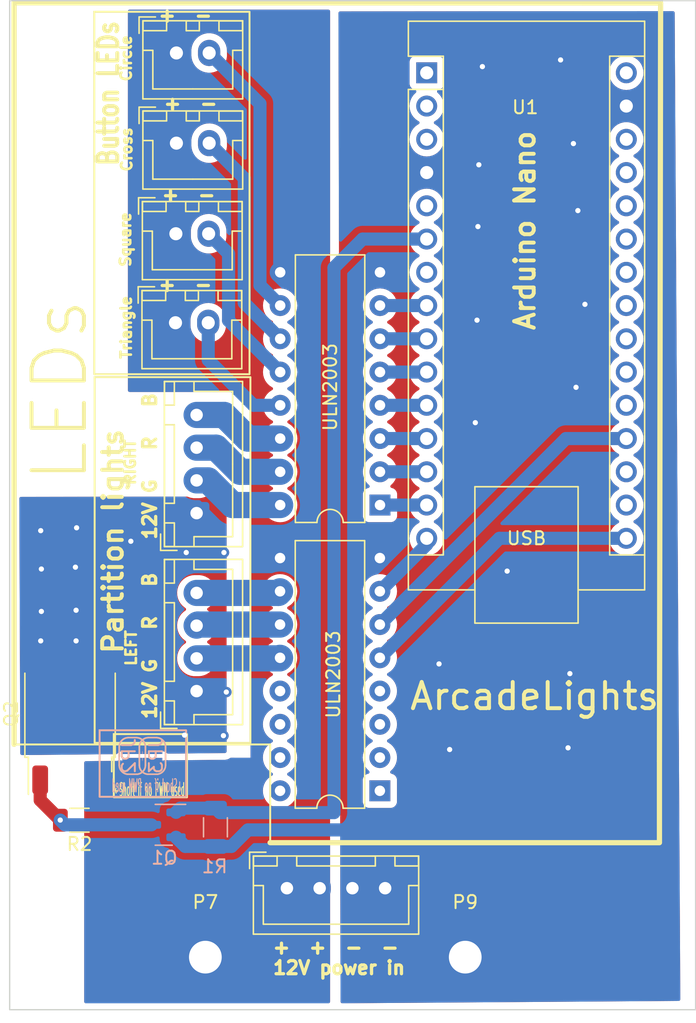
<source format=kicad_pcb>
(kicad_pcb (version 20221018) (generator pcbnew)
  (layers (0 "F.Cu" signal) (31 "B.Cu" signal) (34 "B.Paste" user) (35 "F.Paste" user) (36 "B.SilkS" user "B.Silkscreen") (37 "F.SilkS" user "F.Silkscreen") (38 "B.Mask" user) (39 "F.Mask" user) (44 "Edge.Cuts" user))
  (net 0 "")
  (net 5 "/arduino_led_pwm")
  (net 8 "/I7_1")
  (net 9 "/I6_1")
  (net 10 "/I5_1")
  (net 11 "/I4_1")
  (net 12 "/I3_1")
  (net 14 "/I2_1")
  (net 15 "/I1_1")
  (net 35 "GND")
  (net 36 "Net-(J9-Pin_4)")
  (net 37 "Net-(J9-Pin_3)")
  (net 38 "Net-(J9-Pin_2)")
  (net 39 "/I7_2")
  (net 40 "Net-(J13-Pin_2)")
  (net 41 "Net-(J12-Pin_2)")
  (net 42 "Net-(J11-Pin_2)")
  (net 43 "Net-(J10-Pin_2)")
  (net 44 "Net-(J1-Pin_4)")
  (net 45 "Net-(J1-Pin_3)")
  (net 46 "Net-(J1-Pin_2)")
  (net 47 "/I6_2")
  (net 48 "/I5_2")
  (net 49 "/12V")
  (net 50 "/ledstrip_pwm")
  (net 51 "Net-(Q1-D)")
  (footprint "MountingHole:MountingHole_3.2mm_M3_Pad" (layer "F.Cu") (at 196.98 113.53)
    (fp_text reference "P7" (at 0 -4.2) (layer "F.SilkS"))
    (fp_text value "CONN_01X01")
    (pad "1" thru_hole circle (at 0 0) (size 4 4) (drill 2.5) (layers "*.Cu" "*.Mask") (net 49 "/12V"))
  )
  (footprint "Jumper:SolderJumper-2_P1.3mm_Open_RoundedPad1.0x1.5mm" (layer "F.Cu") (at 191.41 98.16 -90)
    (fp_text reference "JP3" (at 0 -1.8 90) (layer "B.SilkS") (effects (justify mirror)))
    (fp_text value "SolderJumper_2_Open")
    (pad "1" smd custom (at -0.65 0 270) (size 1 0.5) (layers "F.Cu" "F.Mask") (net 50 "/ledstrip_pwm") (options (clearance outline) (anchor rect)) (primitives (gr_circle (center 0 0.25) (end 0.5 0.25) (width 0) (fill yes)) (gr_circle (center 0 -0.25) (end 0.5 -0.25) (width 0) (fill yes)) (gr_poly (pts (xy 0.5 0.75) (xy 0 0.75) (xy 0 -0.75) (xy 0.5 -0.75)) (width 0) (fill yes))))
    (pad "2" smd custom (at 0.65 0 270) (size 1 0.5) (layers "F.Cu" "F.Mask") (net 49 "/12V") (options (clearance outline) (anchor rect)) (primitives (gr_circle (center 0 0.25) (end 0.5 0.25) (width 0) (fill yes)) (gr_circle (center 0 -0.25) (end 0.5 -0.25) (width 0) (fill yes)) (gr_poly (pts (xy 0 0.75) (xy -0.5 0.75) (xy -0.5 -0.75) (xy 0 -0.75)) (width 0) (fill yes))))
  )
  (footprint "Jumper:SolderJumper-2_P1.3mm_Open_RoundedPad1.0x1.5mm" (layer "F.Cu") (at 192.94 98.16 -90)
    (fp_text reference "JP4" hide)
    (fp_text value "SolderJumper_2_Open")
    (pad "1" smd custom (at -0.65 0 270) (size 1 0.5) (layers "F.Cu" "F.Mask") (net 50 "/ledstrip_pwm") (options (clearance outline) (anchor rect)) (primitives (gr_circle (center 0 0.25) (end 0.5 0.25) (width 0) (fill yes)) (gr_circle (center 0 -0.25) (end 0.5 -0.25) (width 0) (fill yes)) (gr_poly (pts (xy 0.5 0.75) (xy 0 0.75) (xy 0 -0.75) (xy 0.5 -0.75)) (width 0) (fill yes))))
    (pad "2" smd custom (at 0.65 0 270) (size 1 0.5) (layers "F.Cu" "F.Mask") (net 49 "/12V") (options (clearance outline) (anchor rect)) (primitives (gr_circle (center 0 0.25) (end 0.5 0.25) (width 0) (fill yes)) (gr_circle (center 0 -0.25) (end 0.5 -0.25) (width 0) (fill yes)) (gr_poly (pts (xy 0 0.75) (xy -0.5 0.75) (xy -0.5 -0.75) (xy 0 -0.75)) (width 0) (fill yes))))
  )
  (footprint "Connector_JST:JST_XH_B4B-XH-A_1x04_P2.50mm_Vertical" (layer "F.Cu") (at 203.206 108.263)
    (fp_text reference "J3" hide)
    (fp_text value "12V_In" hide)
    (pad "1" thru_hole roundrect (at 0 0) (size 1.7 1.95) (drill 0.95) (layers "*.Cu" "*.Mask") (roundrect_rratio 0.1470588235) (net 49 "/12V"))
    (pad "2" thru_hole oval (at 2.5 0) (size 1.7 1.95) (drill 0.95) (layers "*.Cu" "*.Mask") (net 49 "/12V"))
    (pad "3" thru_hole oval (at 5 0) (size 1.7 1.95) (drill 0.95) (layers "*.Cu" "*.Mask") (net 35 "GND"))
    (pad "4" thru_hole oval (at 7.5 0) (size 1.7 1.95) (drill 0.95) (layers "*.Cu" "*.Mask") (net 35 "GND"))
  )
  (footprint "Connector_JST:JST_XH_B2B-XH-A_1x02_P2.50mm_Vertical" (layer "F.Cu") (at 194.77 51.347)
    (fp_text reference "J11" hide)
    (fp_text value "Cross_LED" hide)
    (pad "1" thru_hole roundrect (at 0 0) (size 1.7 2) (drill 1) (layers "*.Cu" "*.Mask") (roundrect_rratio 0.1470588235) (net 49 "/12V"))
    (pad "2" thru_hole oval (at 2.5 0) (size 1.7 2) (drill 1) (layers "*.Cu" "*.Mask") (net 42 "Net-(J11-Pin_2)"))
  )
  (footprint "Connector_JST:JST_XH_B2B-XH-A_1x02_P2.50mm_Vertical" (layer "F.Cu") (at 194.7 65.067)
    (fp_text reference "J13" hide)
    (fp_text value "Triangle_LED" hide)
    (pad "1" thru_hole roundrect (at 0 0) (size 1.7 2) (drill 1) (layers "*.Cu" "*.Mask") (roundrect_rratio 0.1470588235) (net 49 "/12V"))
    (pad "2" thru_hole oval (at 2.5 0) (size 1.7 2) (drill 1) (layers "*.Cu" "*.Mask") (net 40 "Net-(J13-Pin_2)"))
  )
  (footprint "Connector_JST:JST_XH_B2B-XH-A_1x02_P2.50mm_Vertical" (layer "F.Cu") (at 194.77 44.457)
    (fp_text reference "J10" hide)
    (fp_text value "Circle_LED" hide)
    (pad "1" thru_hole roundrect (at 0 0) (size 1.7 2) (drill 1) (layers "*.Cu" "*.Mask") (roundrect_rratio 0.1470588235) (net 49 "/12V"))
    (pad "2" thru_hole oval (at 2.5 0) (size 1.7 2) (drill 1) (layers "*.Cu" "*.Mask") (net 43 "Net-(J10-Pin_2)"))
  )
  (footprint "Resistor_SMD:R_1206_3216Metric" (layer "F.Cu") (at 187.3725 103.07 180)
    (fp_text reference "R2" (at 0 -1.82 -180) (layer "F.SilkS"))
    (fp_text value "10k")
    (pad "1" smd roundrect (at -1.4625 0 180) (size 1.125 1.75) (layers "F.Cu" "F.Paste" "F.Mask") (roundrect_rratio 0.222222) (net 49 "/12V"))
    (pad "2" smd roundrect (at 1.4625 0 180) (size 1.125 1.75) (layers "F.Cu" "F.Paste" "F.Mask") (roundrect_rratio 0.222222) (net 51 "Net-(Q1-D)"))
  )
  (footprint "Connector_JST:JST_XH_B4B-XH-A_1x04_P2.50mm_Vertical" (layer "F.Cu") (at 196.312 93.206 90)
    (fp_text reference "J1" hide)
    (fp_text value "Partition_Lights_L" hide)
    (pad "1" thru_hole roundrect (at 0 0 90) (size 1.7 1.95) (drill 0.95) (layers "*.Cu" "*.Mask") (roundrect_rratio 0.1470588235) (net 50 "/ledstrip_pwm"))
    (pad "2" thru_hole oval (at 2.5 0 90) (size 1.7 1.95) (drill 0.95) (layers "*.Cu" "*.Mask") (net 46 "Net-(J1-Pin_2)"))
    (pad "3" thru_hole oval (at 5 0 90) (size 1.7 1.95) (drill 0.95) (layers "*.Cu" "*.Mask") (net 45 "Net-(J1-Pin_3)"))
    (pad "4" thru_hole oval (at 7.5 0 90) (size 1.7 1.95) (drill 0.95) (layers "*.Cu" "*.Mask") (net 44 "Net-(J1-Pin_4)"))
  )
  (footprint "Module:Arduino_Nano" (layer "F.Cu") (at 213.878 45.974)
    (fp_text reference "U1" (at 7.522 2.636) (layer "F.SilkS"))
    (fp_text value "Arduino_Nano_v3.x")
    (fp_text user "USB" (at 7.62 35.56 unlocked) (layer "F.SilkS"))
    (pad "1" thru_hole rect (at 0 0) (size 1.6 1.6) (drill 1) (layers "*.Cu" "*.Mask"))
    (pad "2" thru_hole oval (at 0 2.54) (size 1.6 1.6) (drill 1) (layers "*.Cu" "*.Mask"))
    (pad "3" thru_hole oval (at 0 5.08) (size 1.6 1.6) (drill 1) (layers "*.Cu" "*.Mask"))
    (pad "4" thru_hole oval (at 0 7.62) (size 1.6 1.6) (drill 1) (layers "*.Cu" "*.Mask") (net 35 "GND"))
    (pad "5" thru_hole oval (at 0 10.16) (size 1.6 1.6) (drill 1) (layers "*.Cu" "*.Mask"))
    (pad "6" thru_hole oval (at 0 12.7) (size 1.6 1.6) (drill 1) (layers "*.Cu" "*.Mask") (net 5 "/arduino_led_pwm"))
    (pad "7" thru_hole oval (at 0 15.24) (size 1.6 1.6) (drill 1) (layers "*.Cu" "*.Mask"))
    (pad "8" thru_hole oval (at 0 17.78) (size 1.6 1.6) (drill 1) (layers "*.Cu" "*.Mask") (net 8 "/I7_1"))
    (pad "9" thru_hole oval (at 0 20.32) (size 1.6 1.6) (drill 1) (layers "*.Cu" "*.Mask") (net 9 "/I6_1"))
    (pad "10" thru_hole oval (at 0 22.86) (size 1.6 1.6) (drill 1) (layers "*.Cu" "*.Mask") (net 10 "/I5_1"))
    (pad "11" thru_hole oval (at 0 25.4) (size 1.6 1.6) (drill 1) (layers "*.Cu" "*.Mask") (net 11 "/I4_1"))
    (pad "12" thru_hole oval (at 0 27.94) (size 1.6 1.6) (drill 1) (layers "*.Cu" "*.Mask") (net 12 "/I3_1"))
    (pad "13" thru_hole oval (at 0 30.48) (size 1.6 1.6) (drill 1) (layers "*.Cu" "*.Mask") (net 14 "/I2_1"))
    (pad "14" thru_hole oval (at 0 33.02) (size 1.6 1.6) (drill 1) (layers "*.Cu" "*.Mask") (net 15 "/I1_1"))
    (pad "15" thru_hole oval (at 0 35.56) (size 1.6 1.6) (drill 1) (layers "*.Cu" "*.Mask") (net 39 "/I7_2"))
    (pad "16" thru_hole oval (at 15.24 35.56) (size 1.6 1.6) (drill 1) (layers "*.Cu" "*.Mask") (net 48 "/I5_2"))
    (pad "17" thru_hole oval (at 15.24 33.02) (size 1.6 1.6) (drill 1) (layers "*.Cu" "*.Mask"))
    (pad "18" thru_hole oval (at 15.24 30.48) (size 1.6 1.6) (drill 1) (layers "*.Cu" "*.Mask"))
    (pad "19" thru_hole oval (at 15.24 27.94) (size 1.6 1.6) (drill 1) (layers "*.Cu" "*.Mask"))
    (pad "20" thru_hole oval (at 15.24 25.4) (size 1.6 1.6) (drill 1) (layers "*.Cu" "*.Mask"))
    (pad "21" thru_hole oval (at 15.24 22.86) (size 1.6 1.6) (drill 1) (layers "*.Cu" "*.Mask"))
    (pad "22" thru_hole oval (at 15.24 20.32) (size 1.6 1.6) (drill 1) (layers "*.Cu" "*.Mask"))
    (pad "23" thru_hole oval (at 15.24 17.78) (size 1.6 1.6) (drill 1) (layers "*.Cu" "*.Mask"))
    (pad "24" thru_hole oval (at 15.24 15.24) (size 1.6 1.6) (drill 1) (layers "*.Cu" "*.Mask"))
    (pad "25" thru_hole oval (at 15.24 12.7) (size 1.6 1.6) (drill 1) (layers "*.Cu" "*.Mask"))
    (pad "26" thru_hole oval (at 15.24 10.16) (size 1.6 1.6) (drill 1) (layers "*.Cu" "*.Mask"))
    (pad "27" thru_hole oval (at 15.24 7.62) (size 1.6 1.6) (drill 1) (layers "*.Cu" "*.Mask"))
    (pad "28" thru_hole oval (at 15.24 5.08) (size 1.6 1.6) (drill 1) (layers "*.Cu" "*.Mask"))
    (pad "29" thru_hole oval (at 15.24 2.54) (size 1.6 1.6) (drill 1) (layers "*.Cu" "*.Mask") (net 35 "GND"))
    (pad "30" thru_hole oval (at 15.24 0) (size 1.6 1.6) (drill 1) (layers "*.Cu" "*.Mask"))
  )
  (footprint "MountingHole:MountingHole_3.2mm_M3_Pad" (layer "F.Cu") (at 216.82 113.53)
    (fp_text reference "P9" (at 0 -4.2) (layer "F.SilkS"))
    (fp_text value "CONN_01X01")
    (pad "1" thru_hole circle (at 0 0) (size 4 4) (drill 2.5) (layers "*.Cu" "*.Mask") (net 35 "GND"))
  )
  (footprint "Connector_JST:JST_XH_B4B-XH-A_1x04_P2.50mm_Vertical" (layer "F.Cu") (at 196.312 79.61 90)
    (fp_text reference "J9" hide)
    (fp_text value "Partition_Lights_R" hide)
    (pad "1" thru_hole roundrect (at 0 0 90) (size 1.7 1.95) (drill 0.95) (layers "*.Cu" "*.Mask") (roundrect_rratio 0.1470588235) (net 50 "/ledstrip_pwm"))
    (pad "2" thru_hole oval (at 2.5 0 90) (size 1.7 1.95) (drill 0.95) (layers "*.Cu" "*.Mask") (net 38 "Net-(J9-Pin_2)"))
    (pad "3" thru_hole oval (at 5 0 90) (size 1.7 1.95) (drill 0.95) (layers "*.Cu" "*.Mask") (net 37 "Net-(J9-Pin_3)"))
    (pad "4" thru_hole oval (at 7.5 0 90) (size 1.7 1.95) (drill 0.95) (layers "*.Cu" "*.Mask") (net 36 "Net-(J9-Pin_4)"))
  )
  (footprint "Connector_JST:JST_XH_B2B-XH-A_1x02_P2.50mm_Vertical" (layer "F.Cu") (at 194.73 58.267)
    (fp_text reference "J12" hide)
    (fp_text value "Square_LED" hide)
    (pad "1" thru_hole roundrect (at 0 0) (size 1.7 2) (drill 1) (layers "*.Cu" "*.Mask") (roundrect_rratio 0.1470588235) (net 49 "/12V"))
    (pad "2" thru_hole oval (at 2.5 0) (size 1.7 2) (drill 1) (layers "*.Cu" "*.Mask") (net 41 "Net-(J12-Pin_2)"))
  )
  (footprint "Package_DIP:DIP-16_W7.62mm" (layer "F.Cu") (at 210.302 100.823 180)
    (fp_text reference "U3" hide)
    (fp_text value "ULN2003" (at 3.556 8.89 -270) (layer "F.SilkS"))
    (pad "1" thru_hole rect (at 0 0 180) (size 1.6 1.6) (drill 0.8) (layers "*.Cu" "*.Mask"))
    (pad "2" thru_hole oval (at 0 2.54 180) (size 1.6 1.6) (drill 0.8) (layers "*.Cu" "*.Mask"))
    (pad "3" thru_hole oval (at 0 5.08 180) (size 1.6 1.6) (drill 0.8) (layers "*.Cu" "*.Mask"))
    (pad "4" thru_hole oval (at 0 7.62 180) (size 1.6 1.6) (drill 0.8) (layers "*.Cu" "*.Mask"))
    (pad "5" thru_hole oval (at 0 10.16 180) (size 1.6 1.6) (drill 0.8) (layers "*.Cu" "*.Mask") (net 48 "/I5_2"))
    (pad "6" thru_hole oval (at 0 12.7 180) (size 1.6 1.6) (drill 0.8) (layers "*.Cu" "*.Mask") (net 47 "/I6_2"))
    (pad "7" thru_hole oval (at 0 15.24 180) (size 1.6 1.6) (drill 0.8) (layers "*.Cu" "*.Mask") (net 39 "/I7_2"))
    (pad "8" thru_hole oval (at 0 17.78 180) (size 1.6 1.6) (drill 0.8) (layers "*.Cu" "*.Mask") (net 35 "GND"))
    (pad "9" thru_hole oval (at 7.62 17.78 180) (size 1.6 1.6) (drill 0.8) (layers "*.Cu" "*.Mask") (net 49 "/12V"))
    (pad "10" thru_hole oval (at 7.62 15.24 180) (size 1.6 1.6) (drill 0.8) (layers "*.Cu" "*.Mask") (net 44 "Net-(J1-Pin_4)"))
    (pad "11" thru_hole oval (at 7.62 12.7 180) (size 1.6 1.6) (drill 0.8) (layers "*.Cu" "*.Mask") (net 45 "Net-(J1-Pin_3)"))
    (pad "12" thru_hole oval (at 7.62 10.16 180) (size 1.6 1.6) (drill 0.8) (layers "*.Cu" "*.Mask") (net 46 "Net-(J1-Pin_2)"))
    (pad "13" thru_hole oval (at 7.62 7.62 180) (size 1.6 1.6) (drill 0.8) (layers "*.Cu" "*.Mask"))
    (pad "14" thru_hole oval (at 7.62 5.08 180) (size 1.6 1.6) (drill 0.8) (layers "*.Cu" "*.Mask"))
    (pad "15" thru_hole oval (at 7.62 2.54 180) (size 1.6 1.6) (drill 0.8) (layers "*.Cu" "*.Mask"))
    (pad "16" thru_hole oval (at 7.62 0 180) (size 1.6 1.6) (drill 0.8) (layers "*.Cu" "*.Mask"))
  )
  (footprint "Package_DIP:DIP-16_W7.62mm" (layer "F.Cu") (at 210.312 78.994 180)
    (fp_text reference "U2" hide)
    (fp_text value "ULN2003" (at 3.8 9.01 -270) (layer "F.SilkS"))
    (pad "1" thru_hole rect (at 0 0 180) (size 1.6 1.6) (drill 0.8) (layers "*.Cu" "*.Mask") (net 15 "/I1_1"))
    (pad "2" thru_hole oval (at 0 2.54 180) (size 1.6 1.6) (drill 0.8) (layers "*.Cu" "*.Mask") (net 14 "/I2_1"))
    (pad "3" thru_hole oval (at 0 5.08 180) (size 1.6 1.6) (drill 0.8) (layers "*.Cu" "*.Mask") (net 12 "/I3_1"))
    (pad "4" thru_hole oval (at 0 7.62 180) (size 1.6 1.6) (drill 0.8) (layers "*.Cu" "*.Mask") (net 11 "/I4_1"))
    (pad "5" thru_hole oval (at 0 10.16 180) (size 1.6 1.6) (drill 0.8) (layers "*.Cu" "*.Mask") (net 10 "/I5_1"))
    (pad "6" thru_hole oval (at 0 12.7 180) (size 1.6 1.6) (drill 0.8) (layers "*.Cu" "*.Mask") (net 9 "/I6_1"))
    (pad "7" thru_hole oval (at 0 15.24 180) (size 1.6 1.6) (drill 0.8) (layers "*.Cu" "*.Mask") (net 8 "/I7_1"))
    (pad "8" thru_hole oval (at 0 17.78 180) (size 1.6 1.6) (drill 0.8) (layers "*.Cu" "*.Mask") (net 35 "GND"))
    (pad "9" thru_hole oval (at 7.62 17.78 180) (size 1.6 1.6) (drill 0.8) (layers "*.Cu" "*.Mask") (net 49 "/12V"))
    (pad "10" thru_hole oval (at 7.62 15.24 180) (size 1.6 1.6) (drill 0.8) (layers "*.Cu" "*.Mask") (net 43 "Net-(J10-Pin_2)"))
    (pad "11" thru_hole oval (at 7.62 12.7 180) (size 1.6 1.6) (drill 0.8) (layers "*.Cu" "*.Mask") (net 42 "Net-(J11-Pin_2)"))
    (pad "12" thru_hole oval (at 7.62 10.16 180) (size 1.6 1.6) (drill 0.8) (layers "*.Cu" "*.Mask") (net 41 "Net-(J12-Pin_2)"))
    (pad "13" thru_hole oval (at 7.62 7.62 180) (size 1.6 1.6) (drill 0.8) (layers "*.Cu" "*.Mask") (net 40 "Net-(J13-Pin_2)"))
    (pad "14" thru_hole oval (at 7.62 5.08 180) (size 1.6 1.6) (drill 0.8) (layers "*.Cu" "*.Mask") (net 36 "Net-(J9-Pin_4)"))
    (pad "15" thru_hole oval (at 7.62 2.54 180) (size 1.6 1.6) (drill 0.8) (layers "*.Cu" "*.Mask") (net 37 "Net-(J9-Pin_3)"))
    (pad "16" thru_hole oval (at 7.62 0 180) (size 1.6 1.6) (drill 0.8) (layers "*.Cu" "*.Mask") (net 38 "Net-(J9-Pin_2)"))
  )
  (footprint "Package_TO_SOT_SMD:TO-252-2" (layer "F.Cu") (at 186.65 94.95 90)
    (fp_text reference "Q2" (at 0 -4.5 -90) (layer "F.SilkS"))
    (fp_text value "IRFR9024N")
    (pad "1" smd roundrect (at -5.04 -2.28 90) (size 2.2 1.2) (layers "F.Cu" "F.Paste" "F.Mask") (roundrect_rratio 0.208333) (net 51 "Net-(Q1-D)"))
    (pad "2" smd roundrect (at -0.415 -1.525 90) (size 3.05 2.75) (layers "F.Cu" "F.Paste") (roundrect_rratio 0.090909) (net 50 "/ledstrip_pwm"))
    (pad "2" smd roundrect (at -0.415 1.525 90) (size 3.05 2.75) (layers "F.Cu" "F.Paste") (roundrect_rratio 0.090909) (net 50 "/ledstrip_pwm"))
    (pad "2" smd roundrect (at 1.26 0 90) (size 6.4 5.8) (layers "F.Cu" "F.Mask") (roundrect_rratio 0.043103) (net 50 "/ledstrip_pwm"))
    (pad "2" smd roundrect (at 2.935 -1.525 90) (size 3.05 2.75) (layers "F.Cu" "F.Paste") (roundrect_rratio 0.090909) (net 50 "/ledstrip_pwm"))
    (pad "2" smd roundrect (at 2.935 1.525 90) (size 3.05 2.75) (layers "F.Cu" "F.Paste") (roundrect_rratio 0.090909) (net 50 "/ledstrip_pwm"))
    (pad "3" smd roundrect (at -5.04 2.28 90) (size 2.2 1.2) (layers "F.Cu" "F.Paste" "F.Mask") (roundrect_rratio 0.208333) (net 49 "/12V"))
  )
  (footprint "Package_TO_SOT_SMD:SOT-23" (layer "B.Cu") (at 193.8025 103.42 180)
    (fp_text reference "Q1" (at -0.0475 -2.52 -180) (layer "B.SilkS") (effects (justify mirror)))
    (fp_text value "AO3404A")
    (pad "1" smd roundrect (at -0.9375 0.95 180) (size 1.475 0.6) (layers "B.Cu" "B.Paste" "B.Mask") (net 5 "/arduino_led_pwm"))
    (pad "2" smd roundrect (at -0.9375 -0.95 180) (size 1.475 0.6) (layers "B.Cu" "B.Paste" "B.Mask") (net 35 "GND"))
    (pad "3" smd roundrect (at 0.9375 0 180) (size 1.475 0.6) (layers "B.Cu" "B.Paste" "B.Mask") (net 51 "Net-(Q1-D)"))
  )
  (footprint "Jumper:SolderJumper-2_P1.3mm_Open_RoundedPad1.0x1.5mm" (layer "B.Cu") (at 191.4 98.16 -90)
    (fp_text reference "JP1" hide)
    (fp_text value "SolderJumper_2_Open")
    (pad "1" smd custom (at -0.65 0 270) (size 1 0.5) (layers "B.Cu" "B.Mask") (net 50 "/ledstrip_pwm") (options (clearance outline) (anchor rect)) (primitives (gr_circle (center 0 -0.25) (end 0.5 -0.25) (width 0) (fill yes)) (gr_circle (center 0 0.25) (end 0.5 0.25) (width 0) (fill yes)) (gr_poly (pts (xy 0.5 -0.75) (xy 0 -0.75) (xy 0 0.75) (xy 0.5 0.75)) (width 0) (fill yes))))
    (pad "2" smd custom (at 0.65 0 270) (size 1 0.5) (layers "B.Cu" "B.Mask") (net 49 "/12V") (options (clearance outline) (anchor rect)) (primitives (gr_circle (center 0 -0.25) (end 0.5 -0.25) (width 0) (fill yes)) (gr_circle (center 0 0.25) (end 0.5 0.25) (width 0) (fill yes)) (gr_poly (pts (xy 0 -0.75) (xy -0.5 -0.75) (xy -0.5 0.75) (xy 0 0.75)) (width 0) (fill yes))))
  )
  (footprint "Jumper:SolderJumper-2_P1.3mm_Open_RoundedPad1.0x1.5mm" (layer "B.Cu") (at 192.94 98.16 -90)
    (fp_text reference "JP2" (at 0 1.8 90) (layer "B.SilkS") (effects (justify mirror)))
    (fp_text value "SolderJumper_2_Open")
    (pad "1" smd custom (at -0.65 0 270) (size 1 0.5) (layers "B.Cu" "B.Mask") (net 50 "/ledstrip_pwm") (options (clearance outline) (anchor rect)) (primitives (gr_circle (center 0 -0.25) (end 0.5 -0.25) (width 0) (fill yes)) (gr_circle (center 0 0.25) (end 0.5 0.25) (width 0) (fill yes)) (gr_poly (pts (xy 0.5 -0.75) (xy 0 -0.75) (xy 0 0.75) (xy 0.5 0.75)) (width 0) (fill yes))))
    (pad "2" smd custom (at 0.65 0 270) (size 1 0.5) (layers "B.Cu" "B.Mask") (net 49 "/12V") (options (clearance outline) (anchor rect)) (primitives (gr_circle (center 0 -0.25) (end 0.5 -0.25) (width 0) (fill yes)) (gr_circle (center 0 0.25) (end 0.5 0.25) (width 0) (fill yes)) (gr_poly (pts (xy 0 -0.75) (xy -0.5 -0.75) (xy -0.5 0.75) (xy 0 0.75)) (width 0) (fill yes))))
  )
  (footprint "Resistor_SMD:R_1206_3216Metric" (layer "B.Cu") (at 197.75 103.61 -90)
    (fp_text reference "R1" (at 2.99 0.06) (layer "B.SilkS") (effects (justify mirror)))
    (fp_text value "10k")
    (pad "1" smd roundrect (at -1.4625 0 270) (size 1.125 1.75) (layers "B.Cu" "B.Paste" "B.Mask") (roundrect_rratio 0.222222) (net 5 "/arduino_led_pwm"))
    (pad "2" smd roundrect (at 1.4625 0 270) (size 1.125 1.75) (layers "B.Cu" "B.Paste" "B.Mask") (roundrect_rratio 0.222222) (net 35 "GND"))
  )
  (gr_rect (start 188.906 96.2) (end 195.51 101.28) (stroke (width 0.15)) (fill none) (layer "B.SilkS"))
  (gr_rect (start 189.99 96.49) (end 195.578 101.316) (stroke (width 0.15)) (fill none) (layer "F.SilkS"))
  (gr_line (start 192.151 97.282) (end 201.93 97.282) (stroke (width 0.15)) (layer "F.SilkS"))
  (gr_rect (start 188.528 69.222) (end 200.42 97.162) (stroke (width 0.15)) (fill none) (layer "F.SilkS"))
  (gr_rect (start 188.5 41.312) (end 200.352 68.998) (stroke (width 0.15)) (fill none) (layer "F.SilkS"))
  (gr_line (start 182.377677 40.626691) (end 182.377677 97.27) (stroke (width 0.4)) (layer "F.SilkS"))
  (gr_line (start 201.921916 104.785238) (end 231.648 104.785238) (stroke (width 0.4)) (layer "F.SilkS"))
  (gr_line (start 201.93 97.282) (end 201.93 104.648) (stroke (width 0.15)) (layer "F.SilkS"))
  (gr_line (start 231.648 98.552) (end 231.648 104.76) (stroke (width 0.4)) (layer "F.SilkS"))
  (gr_line (start 231.648 98.552) (end 231.737041 40.64) (stroke (width 0.4)) (layer "F.SilkS"))
  (gr_line (start 231.737041 40.64) (end 182.377677 40.626691) (stroke (width 0.4)) (layer "F.SilkS"))
  (gr_line (start 182.5625 97.282) (end 192.3415 97.282) (stroke (width 0.15)) (layer "F.SilkS"))
  (gr_rect (start 182.04 40.462) (end 234.41 117.545) (stroke (width 0.1)) (fill none) (layer "Edge.Cuts"))
  (gr_text "↓Short if no PWM used" (at 195.256 101.026) (layer "B.SilkS") (effects (font (size 1 0.3) (thickness 0.075)) (justify left bottom mirror)))
  (gr_text "12V G   R   B" (at 193.322 76.032 90) (layer "F.SilkS") (effects (font (size 1 1) (thickness 0.25) bold) (justify bottom)))
  (gr_text "Triangle" (at 191.404 62.912 90) (layer "F.SilkS") (effects (font (size 0.8 0.8) (thickness 0.2) bold) (justify right bottom)))
  (gr_text "Partition lights" (at 190.8 73.03 90) (layer "F.SilkS") (effects (font (size 1.5 1.5) (thickness 0.3)) (justify right bottom)))
  (gr_text "-  -  +  +" (at 206.936 112.327 180) (layer "F.SilkS") (effects (font (size 1 1) (thickness 0.25) bold) (justify bottom)))
  (gr_text "Circle" (at 191.404 43.002 90) (layer "F.SilkS") (effects (font (size 0.8 0.8) (thickness 0.2) bold) (justify right bottom)))
  (gr_text "Button LEDs" (at 190.454 41.862 90) (layer "F.SilkS") (effects (font (size 1.5 1.2) (thickness 0.3) bold) (justify right bottom)))
  (gr_text "+  -" (at 197.866 55.88) (layer "F.SilkS") (effects (font (size 1 1) (thickness 0.25)) (justify right bottom)))
  (gr_text "LEFT" (at 191.782 89.916 90) (layer "F.SilkS") (effects (font (size 0.8 0.8) (thickness 0.2) bold) (justify bottom)))
  (gr_text "+  -" (at 198.02 48.897) (layer "F.SilkS") (effects (font (size 1 1) (thickness 0.25)) (justify right bottom)))
  (gr_text "+  -" (at 197.612 62.738) (layer "F.SilkS") (effects (font (size 1 1) (thickness 0.25)) (justify right bottom)))
  (gr_text "+  -" (at 197.612 42.164) (layer "F.SilkS") (effects (font (size 1 1) (thickness 0.25)) (justify right bottom)))
  (gr_text "ArcadeLights" (at 212.44 94.77) (layer "F.SilkS") (effects (font (size 2 2) (thickness 0.3)) (justify left bottom)))
  (gr_text "Cross" (at 191.444 50.042 90) (layer "F.SilkS") (effects (font (size 0.8 0.8) (thickness 0.2) bold) (justify right bottom)))
  (gr_text "LEDs" (at 188.214 62.992 90) (layer "F.SilkS") (effects (font (size 4 4) (thickness 0.3)) (justify right bottom)))
  (gr_text "RIGHT" (at 191.714 75.722 90) (layer "F.SilkS") (effects (font (size 0.8 0.8) (thickness 0.2) bold) (justify bottom)))
  (gr_text "12V G   R   B" (at 193.322 89.748 90) (layer "F.SilkS") (effects (font (size 1 1) (thickness 0.25) bold) (justify bottom)))
  (gr_text "12V power in" (at 207.19 114.93) (layer "F.SilkS") (effects (font (size 1 1) (thickness 0.25) bold) (justify bottom)))
  (gr_text "←Short if no PWM used" (at 189.99 101.316) (layer "F.SilkS") (effects (font (size 1 0.3) (thickness 0.075)) (justify left bottom)))
  (gr_text "Square" (at 191.354 56.522 90) (layer "F.SilkS") (effects (font (size 0.8 0.8) (thickness 0.2) bold) (justify right bottom)))
  (gr_text "Arduino Nano" (at 222.25 65.786 90) (layer "F.SilkS") (effects (font (size 1.5 1.5) (thickness 0.3) bold) (justify left bottom)))
  (segment (start 197.75 102.1475) (end 195.0625 102.1475) (width 1) (layer "B.Cu") (net 5))
  (segment (start 208.986 58.674) (end 206.8 60.86) (width 1) (layer "B.Cu") (net 5))
  (segment (start 206.8 60.86) (end 206.8 102.49) (width 1) (layer "B.Cu") (net 5))
  (segment (start 195.0625 102.1475) (end 194.74 102.47) (width 1) (layer "B.Cu") (net 5))
  (segment (start 206.8 102.49) (end 198.0925 102.49) (width 1) (layer "B.Cu") (net 5))
  (segment (start 198.0925 102.49) (end 197.75 102.1475) (width 1) (layer "B.Cu") (net 5))
  (segment (start 213.878 58.674) (end 208.986 58.674) (width 1) (layer "B.Cu") (net 5))
  (segment (start 210.312 63.754) (end 213.878 63.754) (width 1) (layer "B.Cu") (net 8))
  (segment (start 213.878 66.294) (end 210.312 66.294) (width 1) (layer "B.Cu") (net 9))
  (segment (start 210.312 68.834) (end 213.878 68.834) (width 1) (layer "B.Cu") (net 10))
  (segment (start 213.878 71.374) (end 210.312 71.374) (width 1) (layer "B.Cu") (net 11))
  (segment (start 213.878 73.914) (end 210.312 73.914) (width 1) (layer "B.Cu") (net 12))
  (segment (start 210.312 76.454) (end 213.878 76.454) (width 1) (layer "B.Cu") (net 14))
  (segment (start 213.878 78.994) (end 210.312 78.994) (width 1) (layer "B.Cu") (net 15))
  (segment (start 213.873368 53.589368) (end 213.878 53.594) (width 1) (layer "F.Cu") (net 35))
  (segment (start 213.879697 53.592303) (end 213.878 53.594) (width 0.4) (layer "F.Cu") (net 35))
  (via (at 217.59 72.7) (size 0.8) (drill 0.4) (layers "F.Cu" "B.Cu") (net 35))
  (via (at 215.63 97.67) (size 0.8) (drill 0.4) (layers "F.Cu" "B.Cu") (net 35))
  (via (at 224.67 97.54) (size 0.8) (drill 0.4) (layers "F.Cu" "B.Cu") (net 35))
  (via (at 217.72 64.87) (size 0.8) (drill 0.4) (layers "F.Cu" "B.Cu") (net 35))
  (via (at 225.96 63.66) (size 0.8) (drill 0.4) (layers "F.Cu" "B.Cu") (net 35))
  (via (at 217.79 57.72) (size 0.8) (drill 0.4) (layers "F.Cu" "B.Cu") (net 35))
  (via (at 224.1 44.99) (size 0.8) (drill 0.4) (layers "F.Cu" "B.Cu") (net 35))
  (via (at 225.42 56.5) (size 0.8) (drill 0.4) (layers "F.Cu" "B.Cu") (net 35))
  (via (at 217.86 53) (size 0.8) (drill 0.4) (layers "F.Cu" "B.Cu") (net 35))
  (via (at 218.13 45.5) (size 0.8) (drill 0.4) (layers "F.Cu" "B.Cu") (net 35))
  (via (at 225.08 51.38) (size 0.8) (drill 0.4) (layers "F.Cu" "B.Cu") (net 35))
  (via (at 225.28 70) (size 0.8) (drill 0.4) (layers "F.Cu" "B.Cu") (net 35))
  (via (at 220.02 84.04) (size 0.8) (drill 0.4) (layers "F.Cu" "B.Cu") (net 35))
  (via (at 214.82 91.13) (size 0.8) (drill 0.4) (layers "F.Cu" "B.Cu") (net 35))
  (via (at 224.81 91.87) (size 0.8) (drill 0.4) (layers "F.Cu" "B.Cu") (net 35))
  (segment (start 198.9675 105.0725) (end 200.09 103.95) (width 1) (layer "B.Cu") (net 35))
  (segment (start 197.75 105.0725) (end 198.9675 105.0725) (width 1) (layer "B.Cu") (net 35))
  (segment (start 200.09 103.95) (end 200.23 103.81) (width 1) (layer "B.Cu") (net 35))
  (segment (start 195.4425 105.0725) (end 194.74 104.37) (width 1) (layer "B.Cu") (net 35))
  (segment (start 200.23 103.81) (end 208.45 103.81) (width 1) (layer "B.Cu") (net 35))
  (segment (start 197.75 105.0725) (end 195.4425 105.0725) (width 1) (layer "B.Cu") (net 35))
  (segment (start 202.692 73.914) (end 200.21415 73.914) (width 2) (layer "B.Cu") (net 36))
  (segment (start 198.41015 72.11) (end 196.312 72.11) (width 2) (layer "B.Cu") (net 36))
  (segment (start 200.21415 73.914) (end 198.41015 72.11) (width 2) (layer "B.Cu") (net 36))
  (segment (start 197.79888 74.61) (end 196.312 74.61) (width 2) (layer "B.Cu") (net 37))
  (segment (start 202.692 76.454) (end 199.64288 76.454) (width 2) (layer "B.Cu") (net 37))
  (segment (start 199.64288 76.454) (end 197.79888 74.61) (width 2) (layer "B.Cu") (net 37))
  (segment (start 199.07161 78.994) (end 197.18761 77.11) (width 2) (layer "B.Cu") (net 38))
  (segment (start 202.692 78.994) (end 199.07161 78.994) (width 2) (layer "B.Cu") (net 38))
  (segment (start 197.18761 77.11) (end 196.312 77.11) (width 2) (layer "B.Cu") (net 38))
  (segment (start 210.302 85.583) (end 213.878 82.007) (width 1) (layer "B.Cu") (net 39))
  (segment (start 213.878 82.007) (end 213.878 81.534) (width 1) (layer "B.Cu") (net 39))
  (segment (start 197.2 67.914) (end 197.2 65.067) (width 1) (layer "B.Cu") (net 40))
  (segment (start 200.66 71.374) (end 197.2 67.914) (width 1) (layer "B.Cu") (net 40))
  (segment (start 202.692 71.374) (end 200.66 71.374) (width 1) (layer "B.Cu") (net 40))
  (segment (start 202.692 68.834) (end 198.75 64.892) (width 1) (layer "B.Cu") (net 41))
  (segment (start 198.75 64.892) (end 198.75 59.787) (width 1) (layer "B.Cu") (net 41))
  (segment (start 198.75 59.787) (end 197.23 58.267) (width 1) (layer "B.Cu") (net 41))
  (segment (start 199.95 63.552) (end 199.95 54.027) (width 1) (layer "B.Cu") (net 42))
  (segment (start 202.692 66.294) (end 199.95 63.552) (width 1) (layer "B.Cu") (net 42))
  (segment (start 199.95 54.027) (end 197.27 51.347) (width 1) (layer "B.Cu") (net 42))
  (segment (start 201.15 62.212) (end 201.15 48.337) (width 1) (layer "B.Cu") (net 43))
  (segment (start 202.692 63.754) (end 201.15 62.212) (width 1) (layer "B.Cu") (net 43))
  (segment (start 201.15 48.337) (end 197.27 44.457) (width 1) (layer "B.Cu") (net 43))
  (segment (start 196.312 85.706) (end 202.559 85.706) (width 2) (layer "B.Cu") (net 44))
  (segment (start 202.559 85.706) (end 202.682 85.583) (width 2) (layer "B.Cu") (net 44))
  (segment (start 196.395 88.123) (end 196.312 88.206) (width 2) (layer "B.Cu") (net 45))
  (segment (start 202.682 88.123) (end 196.395 88.123) (width 2) (layer "B.Cu") (net 45))
  (segment (start 196.312 90.706) (end 202.639 90.706) (width 2) (layer "B.Cu") (net 46))
  (segment (start 202.639 90.706) (end 202.682 90.663) (width 2) (layer "B.Cu") (net 46))
  (segment (start 224.511 73.914) (end 210.302 88.123) (width 1) (layer "B.Cu") (net 47))
  (segment (start 229.118 73.914) (end 224.511 73.914) (width 1) (layer "B.Cu") (net 47))
  (segment (start 219.431 81.534) (end 210.302 90.663) (width 1) (layer "B.Cu") (net 48))
  (segment (start 229.118 81.534) (end 219.431 81.534) (width 1) (layer "B.Cu") (net 48))
  (via (at 187.11 87.03) (size 0.8) (drill 0.4) (layers "F.Cu" "B.Cu") (net 50))
  (via (at 198.36 96.61) (size 0.8) (drill 0.4) (layers "F.Cu" "B.Cu") (net 50))
  (via (at 198.58 93.28) (size 0.8) (drill 0.4) (layers "F.Cu" "B.Cu") (net 50))
  (via (at 184.41 80.95) (size 0.8) (drill 0.4) (layers "F.Cu" "B.Cu") (net 50))
  (via (at 184.46 87.12) (size 0.8) (drill 0.4) (layers "F.Cu" "B.Cu") (net 50))
  (via (at 184.46 83.88) (size 0.8) (drill 0.4) (layers "F.Cu" "B.Cu") (net 50))
  (via (at 191.29 81.76) (size 0.8) (drill 0.4) (layers "F.Cu" "B.Cu") (net 50))
  (via (at 187.11 89.37) (size 0.8) (drill 0.4) (layers "F.Cu" "B.Cu") (net 50))
  (via (at 195.39 96.57) (size 0.8) (drill 0.4) (layers "F.Cu" "B.Cu") (net 50))
  (via (at 187.15 80.73) (size 0.8) (drill 0.4) (layers "F.Cu" "B.Cu") (net 50))
  (via (at 198.4 82.62) (size 0.8) (drill 0.4) (layers "F.Cu" "B.Cu") (net 50))
  (via (at 195.52 82.62) (size 0.8) (drill 0.4) (layers "F.Cu" "B.Cu") (net 50))
  (via (at 187.06 83.74) (size 0.8) (drill 0.4) (layers "F.Cu" "B.Cu") (net 50))
  (via (at 184.41 89.37) (size 0.8) (drill 0.4) (layers "F.Cu" "B.Cu") (net 50))
  (segment (start 184.37 99.99) (end 184.37 101.53) (width 1) (layer "F.Cu") (net 51))
  (segment (start 184.37 101.53) (end 185.91 103.07) (width 1) (layer "F.Cu") (net 51))
  (via (at 185.9 103.06) (size 0.8) (drill 0.4) (layers "F.Cu" "B.Cu") (net 51))
  (segment (start 192.865 103.42) (end 186.26 103.42) (width 1) (layer "B.Cu") (net 51))
  (segment (start 186.26 103.42) (end 185.9 103.06) (width 1) (layer "B.Cu") (net 51))
  (zone (net 50) (net_name "/ledstrip_pwm") (layers "F&B.Cu") (priority 1) (connect_pads yes (clearance 0.508)) (min_thickness 0.25) (fill yes (thermal_gap 0.5) (thermal_bridge_width 0.5))
    (polygon (pts (xy 182.850668 98.094636) (xy 198.6 97.938429) (xy 198.6 78.342285) (xy 182.777317 78.368305)))
  )
  (zone (net 35) (net_name "GND") (layers "F&B.Cu") (priority 2) (connect_pads yes (clearance 0.508)) (min_thickness 0.254) (fill yes (thermal_gap 0.508) (thermal_bridge_width 0.508) (island_removal_mode 2) (island_area_min 10))
    (polygon (pts (xy 207.141067 41.2836) (xy 207.302669 117.055331) (xy 233.2424 116.872288) (xy 232.810023 41.265309)))
  )
  (zone (net 49) (net_name "/12V") (layers "F&B.Cu") (connect_pads yes (clearance 0.508)) (min_thickness 0.25) (fill yes (thermal_gap 0.5) (thermal_bridge_width 0.5))
    (polygon (pts (xy 191.066 41.148) (xy 191.07 70.358) (xy 200.406 70.36) (xy 200.429093 98.294873) (xy 187.73 98.288554) (xy 187.73 117.05533) (xy 206.502 117.05533) (xy 206.502 41.148)))
  )
)
</source>
